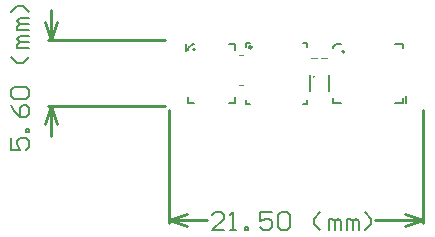
<source format=gto>
%FSLAX42Y42*%
%MOMM*%
G71*
G01*
G75*
%ADD10C,0.11*%
%ADD11C,0.17*%
%ADD12C,0.14*%
%ADD13C,0.20*%
%ADD14R,1.00X0.82*%
%ADD15R,0.60X0.40*%
%ADD16R,1.70X1.00*%
%ADD17R,0.25X0.50*%
%ADD18R,0.50X0.25*%
%ADD19R,1.50X1.50*%
%ADD20R,0.40X0.40*%
%ADD21R,1.80X4.00*%
%ADD22R,0.70X0.28*%
%ADD23R,0.70X0.40*%
%ADD24C,0.25*%
%ADD25C,0.15*%
%ADD26C,0.35*%
%ADD27R,1.00X1.00*%
%ADD28C,0.25*%
%ADD29C,0.10*%
%ADD30C,0.15*%
D13*
X6295Y8145D02*
G03*
X6295Y8145I-5J0D01*
G01*
X5285Y8375D02*
G03*
X5285Y8375I-10J0D01*
G01*
X6550Y8355D02*
G03*
X6550Y8355I-10J0D01*
G01*
X5205Y8365D02*
Y8425D01*
X7075Y7925D02*
Y7985D01*
X6203Y8433D02*
X6236D01*
Y8400D02*
Y8433D01*
X6203Y7913D02*
X6236D01*
Y7945D01*
X5716Y7913D02*
X5748D01*
X5716D02*
Y7945D01*
Y8433D02*
X5748D01*
X5716Y8400D02*
Y8433D01*
X6980Y8425D02*
X7050D01*
Y7925D02*
Y7965D01*
X6980Y7925D02*
X7050D01*
X6450D02*
X6520D01*
X6450D02*
Y7965D01*
X7050Y8385D02*
Y8425D01*
X6450Y8385D02*
Y8395D01*
X6480Y8425D02*
X6520D01*
X6450Y8395D02*
X6480Y8425D01*
D24*
X4039Y8455D02*
X5032D01*
X4039Y7895D02*
X5032D01*
X4064Y7641D02*
Y7895D01*
Y8455D02*
Y8709D01*
X4013Y7743D02*
X4064Y7895D01*
X4115Y7743D01*
X4064Y8455D02*
X4115Y8607D01*
X4013D02*
X4064Y8455D01*
X7215Y6909D02*
Y7862D01*
X5065Y6909D02*
Y7862D01*
X6813Y6934D02*
X7215D01*
X5065D02*
X5386D01*
X7063Y6985D02*
X7215Y6934D01*
X7063Y6883D02*
X7215Y6934D01*
X5065D02*
X5217Y6883D01*
X5065Y6934D02*
X5217Y6985D01*
D25*
X3729Y7627D02*
Y7525D01*
X3805D01*
X3780Y7576D01*
Y7601D01*
X3805Y7627D01*
X3856D01*
X3881Y7601D01*
Y7550D01*
X3856Y7525D01*
X3881Y7677D02*
X3856D01*
Y7703D01*
X3881D01*
Y7677D01*
X3729Y7906D02*
X3754Y7855D01*
X3805Y7804D01*
X3856D01*
X3881Y7830D01*
Y7880D01*
X3856Y7906D01*
X3830D01*
X3805Y7880D01*
Y7804D01*
X3754Y7957D02*
X3729Y7982D01*
Y8033D01*
X3754Y8058D01*
X3856D01*
X3881Y8033D01*
Y7982D01*
X3856Y7957D01*
X3754D01*
X3881Y8312D02*
X3830Y8261D01*
X3780D01*
X3729Y8312D01*
X3881Y8388D02*
X3780D01*
Y8414D01*
X3805Y8439D01*
X3881D01*
X3805D01*
X3780Y8464D01*
X3805Y8490D01*
X3881D01*
Y8541D02*
X3780D01*
Y8566D01*
X3805Y8591D01*
X3881D01*
X3805D01*
X3780Y8617D01*
X3805Y8642D01*
X3881D01*
Y8693D02*
X3830Y8744D01*
X3780D01*
X3729Y8693D01*
X5528Y6843D02*
X5426D01*
X5528Y6944D01*
Y6970D01*
X5503Y6995D01*
X5452D01*
X5426Y6970D01*
X5579Y6843D02*
X5630D01*
X5604D01*
Y6995D01*
X5579Y6970D01*
X5706Y6843D02*
Y6868D01*
X5731D01*
Y6843D01*
X5706D01*
X5934Y6995D02*
X5833D01*
Y6919D01*
X5884Y6944D01*
X5909D01*
X5934Y6919D01*
Y6868D01*
X5909Y6843D01*
X5858D01*
X5833Y6868D01*
X5985Y6970D02*
X6010Y6995D01*
X6061D01*
X6087Y6970D01*
Y6868D01*
X6061Y6843D01*
X6010D01*
X5985Y6868D01*
Y6970D01*
X6341Y6843D02*
X6290Y6894D01*
Y6944D01*
X6341Y6995D01*
X6417Y6843D02*
Y6944D01*
X6442D01*
X6468Y6919D01*
Y6843D01*
Y6919D01*
X6493Y6944D01*
X6518Y6919D01*
Y6843D01*
X6569D02*
Y6944D01*
X6594D01*
X6620Y6919D01*
Y6843D01*
Y6919D01*
X6645Y6944D01*
X6671Y6919D01*
Y6843D01*
X6721D02*
X6772Y6894D01*
Y6944D01*
X6721Y6995D01*
D28*
X5765Y8395D02*
G03*
X5765Y8395I-12J0D01*
G01*
D29*
X6355Y8300D02*
X6405D01*
X5660Y8075D02*
X5690D01*
X5660Y8330D02*
X5690D01*
X6270Y8300D02*
X6320D01*
D30*
X6260Y8025D02*
Y8155D01*
X6420Y8025D02*
Y8155D01*
X5625Y8375D02*
Y8425D01*
X5575D02*
X5625D01*
X5265D02*
X5275D01*
X5225Y8375D02*
Y8385D01*
Y7925D02*
Y7975D01*
Y7925D02*
X5275D01*
X5625D02*
Y7975D01*
X5575Y7925D02*
X5625D01*
X5225Y8385D02*
X5265Y8425D01*
M02*

</source>
